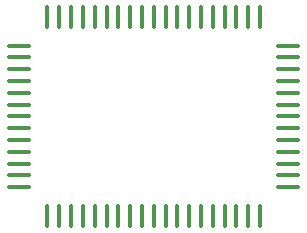
<source format=gbr>
%TF.GenerationSoftware,KiCad,Pcbnew,7.0.10-7.0.10~ubuntu20.04.1*%
%TF.CreationDate,2024-01-23T10:27:16+01:00*%
%TF.ProjectId,6303X_FP64,36333033-585f-4465-9036-342e6b696361,rev?*%
%TF.SameCoordinates,Original*%
%TF.FileFunction,Paste,Top*%
%TF.FilePolarity,Positive*%
%FSLAX46Y46*%
G04 Gerber Fmt 4.6, Leading zero omitted, Abs format (unit mm)*
G04 Created by KiCad (PCBNEW 7.0.10-7.0.10~ubuntu20.04.1) date 2024-01-23 10:27:16*
%MOMM*%
%LPD*%
G01*
G04 APERTURE LIST*
%ADD10O,0.400000X2.000000*%
%ADD11O,2.000000X0.400000*%
G04 APERTURE END LIST*
D10*
%TO.C,U1*%
X190674000Y-72900000D03*
X191674000Y-72900000D03*
X192674000Y-72900000D03*
X193674000Y-72900000D03*
X194674000Y-72900000D03*
X195674000Y-72900000D03*
X196674000Y-72900000D03*
X197674000Y-72900000D03*
X198674000Y-72900000D03*
X199674000Y-72900000D03*
X200674000Y-72900000D03*
X201674000Y-72900000D03*
X202674000Y-72900000D03*
X203674000Y-72900000D03*
X204674000Y-72900000D03*
X205674000Y-72900000D03*
X206674000Y-72900000D03*
X207674000Y-72900000D03*
X208674000Y-72900000D03*
D11*
X211074000Y-70500000D03*
X211074000Y-69500000D03*
X211074000Y-68500000D03*
X211074000Y-67500000D03*
X211074000Y-66500000D03*
X211074000Y-65500000D03*
X211074000Y-64500000D03*
X211074000Y-63500000D03*
X211074000Y-62500000D03*
X211074000Y-61500000D03*
X211074000Y-60500000D03*
X211074000Y-59500000D03*
X211074000Y-58500000D03*
D10*
X208674000Y-56100000D03*
X207674000Y-56100000D03*
X206674000Y-56100000D03*
X205674000Y-56100000D03*
X204674000Y-56100000D03*
X203674000Y-56100000D03*
X202674000Y-56100000D03*
X201674000Y-56100000D03*
X200674000Y-56100000D03*
X199674000Y-56100000D03*
X198674000Y-56100000D03*
X197674000Y-56100000D03*
X196674000Y-56100000D03*
X195674000Y-56100000D03*
X194674000Y-56100000D03*
X193674000Y-56100000D03*
X192674000Y-56100000D03*
X191674000Y-56100000D03*
X190674000Y-56100000D03*
D11*
X188274000Y-58500000D03*
X188274000Y-59500000D03*
X188274000Y-60500000D03*
X188274000Y-61500000D03*
X188274000Y-62500000D03*
X188274000Y-63500000D03*
X188274000Y-64500000D03*
X188274000Y-65500000D03*
X188274000Y-66500000D03*
X188274000Y-67500000D03*
X188274000Y-68500000D03*
X188274000Y-69500000D03*
X188274000Y-70500000D03*
%TD*%
M02*

</source>
